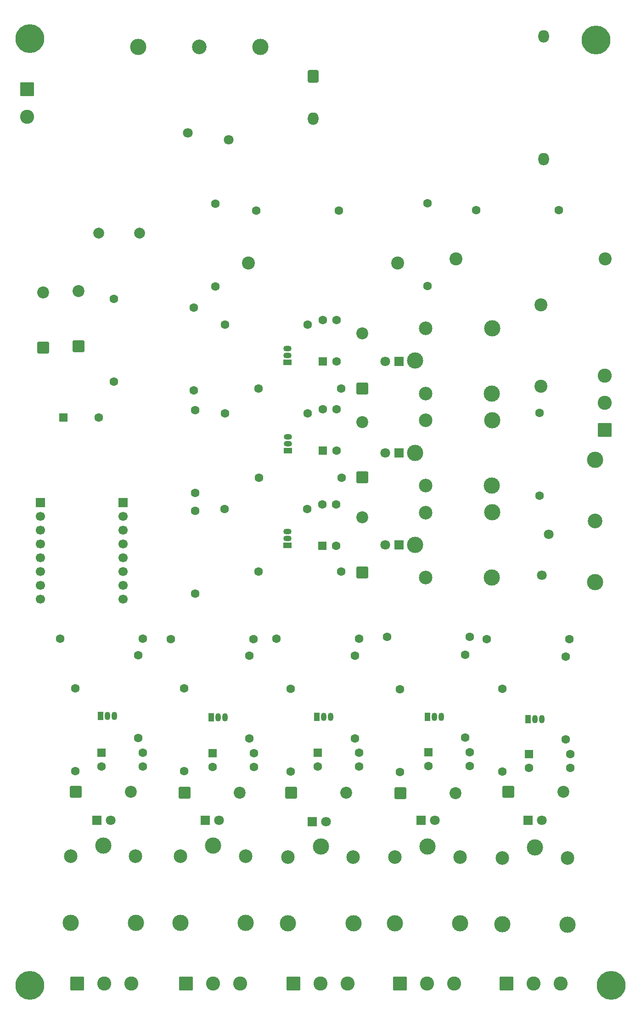
<source format=gbr>
%TF.GenerationSoftware,KiCad,Pcbnew,9.0.7*%
%TF.CreationDate,2026-02-23T21:41:38+05:30*%
%TF.ProjectId,Home_Automation,486f6d65-5f41-4757-946f-6d6174696f6e,rev?*%
%TF.SameCoordinates,Original*%
%TF.FileFunction,Soldermask,Bot*%
%TF.FilePolarity,Negative*%
%FSLAX46Y46*%
G04 Gerber Fmt 4.6, Leading zero omitted, Abs format (unit mm)*
G04 Created by KiCad (PCBNEW 9.0.7) date 2026-02-23 21:41:38*
%MOMM*%
%LPD*%
G01*
G04 APERTURE LIST*
G04 Aperture macros list*
%AMRoundRect*
0 Rectangle with rounded corners*
0 $1 Rounding radius*
0 $2 $3 $4 $5 $6 $7 $8 $9 X,Y pos of 4 corners*
0 Add a 4 corners polygon primitive as box body*
4,1,4,$2,$3,$4,$5,$6,$7,$8,$9,$2,$3,0*
0 Add four circle primitives for the rounded corners*
1,1,$1+$1,$2,$3*
1,1,$1+$1,$4,$5*
1,1,$1+$1,$6,$7*
1,1,$1+$1,$8,$9*
0 Add four rect primitives between the rounded corners*
20,1,$1+$1,$2,$3,$4,$5,0*
20,1,$1+$1,$4,$5,$6,$7,0*
20,1,$1+$1,$6,$7,$8,$9,0*
20,1,$1+$1,$8,$9,$2,$3,0*%
G04 Aperture macros list end*
%ADD10R,1.800000X1.800000*%
%ADD11C,1.800000*%
%ADD12RoundRect,0.250000X-0.550000X-0.550000X0.550000X-0.550000X0.550000X0.550000X-0.550000X0.550000X0*%
%ADD13C,1.600000*%
%ADD14RoundRect,0.250000X-1.050000X-1.050000X1.050000X-1.050000X1.050000X1.050000X-1.050000X1.050000X0*%
%ADD15C,2.600000*%
%ADD16RoundRect,0.249999X0.850001X-0.850001X0.850001X0.850001X-0.850001X0.850001X-0.850001X-0.850001X0*%
%ADD17C,2.200000*%
%ADD18R,1.600000X1.600000*%
%ADD19C,3.000000*%
%ADD20C,2.500000*%
%ADD21RoundRect,0.250000X0.550000X-0.550000X0.550000X0.550000X-0.550000X0.550000X-0.550000X-0.550000X0*%
%ADD22R,1.500000X1.050000*%
%ADD23O,1.500000X1.050000*%
%ADD24C,2.400000*%
%ADD25RoundRect,0.249999X-0.850001X-0.850001X0.850001X-0.850001X0.850001X0.850001X-0.850001X0.850001X0*%
%ADD26C,2.000000*%
%ADD27C,5.300000*%
%ADD28R,1.050000X1.500000*%
%ADD29O,1.050000X1.500000*%
%ADD30RoundRect,0.250000X-0.750000X-0.900000X0.750000X-0.900000X0.750000X0.900000X-0.750000X0.900000X0*%
%ADD31O,2.000000X2.300000*%
%ADD32C,2.700000*%
%ADD33RoundRect,0.250000X-1.050000X1.050000X-1.050000X-1.050000X1.050000X-1.050000X1.050000X1.050000X0*%
%ADD34R,1.700000X1.700000*%
%ADD35C,1.700000*%
%ADD36RoundRect,0.250000X1.050000X-1.050000X1.050000X1.050000X-1.050000X1.050000X-1.050000X-1.050000X0*%
G04 APERTURE END LIST*
D10*
%TO.C,D2*%
X50110000Y-161672500D03*
D11*
X52650000Y-161672500D03*
%TD*%
D12*
%TO.C,U5*%
X109800000Y-149432500D03*
D13*
X109800000Y-151972500D03*
X117420000Y-151972500D03*
X117420000Y-149432500D03*
%TD*%
D14*
%TO.C,J5*%
X46550000Y-191722500D03*
D15*
X51550000Y-191722500D03*
X56550000Y-191722500D03*
%TD*%
D16*
%TO.C,D16*%
X79100000Y-98500000D03*
D17*
X79100000Y-88340000D03*
%TD*%
D12*
%TO.C,U3*%
X70895000Y-149197500D03*
D13*
X70895000Y-151737500D03*
X78515000Y-151737500D03*
X78515000Y-149197500D03*
%TD*%
%TO.C,R15*%
X60010000Y-98550000D03*
X75250000Y-98550000D03*
%TD*%
%TO.C,R30*%
X33250000Y-80870000D03*
X33250000Y-65630000D03*
%TD*%
D14*
%TO.C,J7*%
X86050000Y-191672500D03*
D15*
X91050000Y-191672500D03*
X96050000Y-191672500D03*
%TD*%
D13*
%TO.C,R18*%
X58250000Y-131332500D03*
X58250000Y-146572500D03*
%TD*%
D10*
%TO.C,D3*%
X69860000Y-161922500D03*
D11*
X72400000Y-161922500D03*
%TD*%
D13*
%TO.C,R2*%
X43810000Y-128272500D03*
X59050000Y-128272500D03*
%TD*%
D12*
%TO.C,U2*%
X51445000Y-149247500D03*
D13*
X51445000Y-151787500D03*
X59065000Y-151787500D03*
X59065000Y-149247500D03*
%TD*%
D18*
%TO.C,BZ1*%
X24000000Y-87500000D03*
D13*
X30500000Y-87500000D03*
%TD*%
%TO.C,R20*%
X116600000Y-131532500D03*
X116600000Y-146772500D03*
%TD*%
%TO.C,R24*%
X98050000Y-131182500D03*
X98050000Y-146422500D03*
%TD*%
D19*
%TO.C,K7*%
X88850000Y-93950000D03*
D20*
X90800000Y-100000000D03*
D19*
X103000000Y-100000000D03*
X103050000Y-87950000D03*
D20*
X90800000Y-88000000D03*
%TD*%
D21*
%TO.C,U6*%
X71810000Y-77150000D03*
D13*
X74350000Y-77150000D03*
X74350000Y-69530000D03*
X71810000Y-69530000D03*
%TD*%
D22*
%TO.C,Q6*%
X65250000Y-77270000D03*
D23*
X65250000Y-76000000D03*
X65250000Y-74730000D03*
%TD*%
D13*
%TO.C,R13*%
X104900000Y-137432500D03*
X104900000Y-152672500D03*
%TD*%
D21*
%TO.C,U7*%
X71810000Y-93520000D03*
D13*
X74350000Y-93520000D03*
X74350000Y-85900000D03*
X71810000Y-85900000D03*
%TD*%
D24*
%TO.C,C2*%
X96350000Y-58250000D03*
X123850000Y-58250000D03*
%TD*%
D10*
%TO.C,D7*%
X85890000Y-93950000D03*
D11*
X83350000Y-93950000D03*
%TD*%
D13*
%TO.C,R25*%
X111750000Y-101870000D03*
X111750000Y-86630000D03*
%TD*%
D25*
%TO.C,D9*%
X26270000Y-156422500D03*
D17*
X36430000Y-156422500D03*
%TD*%
D26*
%TO.C,C4*%
X30500000Y-53500000D03*
X38000000Y-53500000D03*
%TD*%
D13*
%TO.C,R28*%
X59510000Y-49350000D03*
X74750000Y-49350000D03*
%TD*%
D19*
%TO.C,K5*%
X110950000Y-166622500D03*
D20*
X104900000Y-168572500D03*
D19*
X104900000Y-180772500D03*
X116950000Y-180822500D03*
D20*
X116900000Y-168572500D03*
%TD*%
D13*
%TO.C,R3*%
X63230000Y-128172500D03*
X78470000Y-128172500D03*
%TD*%
D16*
%TO.C,D15*%
X79100000Y-116030000D03*
D17*
X79100000Y-105870000D03*
%TD*%
D27*
%TO.C,H1*%
X17750000Y-17672500D03*
%TD*%
D13*
%TO.C,R21*%
X53730000Y-70350000D03*
X68970000Y-70350000D03*
%TD*%
D19*
%TO.C,K3*%
X71450000Y-166422500D03*
D20*
X65400000Y-168372500D03*
D19*
X65400000Y-180572500D03*
X77450000Y-180622500D03*
D20*
X77400000Y-168372500D03*
%TD*%
D28*
%TO.C,Q1*%
X30830000Y-142432500D03*
D29*
X32100000Y-142432500D03*
X33370000Y-142432500D03*
%TD*%
D25*
%TO.C,D11*%
X65950000Y-156572500D03*
D17*
X76110000Y-156572500D03*
%TD*%
D13*
%TO.C,R8*%
X48250000Y-119870000D03*
X48250000Y-104630000D03*
%TD*%
D19*
%TO.C,K8*%
X88850000Y-110900000D03*
D20*
X90800000Y-116950000D03*
D19*
X103000000Y-116950000D03*
X103050000Y-104900000D03*
D20*
X90800000Y-104950000D03*
%TD*%
D13*
%TO.C,R4*%
X83700000Y-127822500D03*
X98940000Y-127822500D03*
%TD*%
D22*
%TO.C,Q8*%
X65300000Y-110970000D03*
D23*
X65300000Y-109700000D03*
X65300000Y-108430000D03*
%TD*%
D27*
%TO.C,H3*%
X17750000Y-192000000D03*
%TD*%
D25*
%TO.C,D12*%
X86130000Y-156622500D03*
D17*
X96290000Y-156622500D03*
%TD*%
D30*
%TO.C,PS1*%
X70052500Y-24672500D03*
D31*
X70052500Y-32472500D03*
X112552500Y-17272500D03*
X112552500Y-39872500D03*
%TD*%
D19*
%TO.C,K4*%
X91150000Y-166422500D03*
D20*
X85100000Y-168372500D03*
D19*
X85100000Y-180572500D03*
X97150000Y-180622500D03*
D20*
X97100000Y-168372500D03*
%TD*%
D13*
%TO.C,R23*%
X53710000Y-104350000D03*
X68950000Y-104350000D03*
%TD*%
%TO.C,R26*%
X100110000Y-49300000D03*
X115350000Y-49300000D03*
%TD*%
%TO.C,R16*%
X59960000Y-115850000D03*
X75200000Y-115850000D03*
%TD*%
D32*
%TO.C,F2*%
X122000000Y-106500000D03*
D19*
X122000000Y-95250000D03*
X122000000Y-117750000D03*
%TD*%
D13*
%TO.C,R22*%
X53760000Y-86700000D03*
X69000000Y-86700000D03*
%TD*%
D16*
%TO.C,D17*%
X20250000Y-74580000D03*
D17*
X20250000Y-64420000D03*
%TD*%
D13*
%TO.C,R5*%
X102030000Y-128272500D03*
X117270000Y-128272500D03*
%TD*%
D21*
%TO.C,U8*%
X71760000Y-111100000D03*
D13*
X74300000Y-111100000D03*
X74300000Y-103480000D03*
X71760000Y-103480000D03*
%TD*%
D12*
%TO.C,U1*%
X30995000Y-149147500D03*
D13*
X30995000Y-151687500D03*
X38615000Y-151687500D03*
X38615000Y-149147500D03*
%TD*%
D14*
%TO.C,J8*%
X105650000Y-191672500D03*
D15*
X110650000Y-191672500D03*
X115650000Y-191672500D03*
%TD*%
D33*
%TO.C,J3*%
X17250000Y-27000000D03*
D15*
X17250000Y-32080000D03*
%TD*%
D28*
%TO.C,Q5*%
X109660000Y-142972500D03*
D29*
X110930000Y-142972500D03*
X112200000Y-142972500D03*
%TD*%
D13*
%TO.C,R9*%
X26150000Y-137332500D03*
X26150000Y-152572500D03*
%TD*%
D14*
%TO.C,J4*%
X26500000Y-191672500D03*
D15*
X31500000Y-191672500D03*
X36500000Y-191672500D03*
%TD*%
D13*
%TO.C,R17*%
X37800000Y-131232500D03*
X37800000Y-146472500D03*
%TD*%
%TO.C,R19*%
X77700000Y-131282500D03*
X77700000Y-146522500D03*
%TD*%
D19*
%TO.C,K2*%
X51600000Y-166322500D03*
D20*
X45550000Y-168272500D03*
D19*
X45550000Y-180472500D03*
X57600000Y-180522500D03*
D20*
X57550000Y-168272500D03*
%TD*%
D13*
%TO.C,R14*%
X59960000Y-82100000D03*
X75200000Y-82100000D03*
%TD*%
%TO.C,R29*%
X52000000Y-48130000D03*
X52000000Y-63370000D03*
%TD*%
D12*
%TO.C,U4*%
X91245000Y-149097500D03*
D13*
X91245000Y-151637500D03*
X98865000Y-151637500D03*
X98865000Y-149097500D03*
%TD*%
D27*
%TO.C,H4*%
X125000000Y-192000000D03*
%TD*%
D13*
%TO.C,R27*%
X91100000Y-48010000D03*
X91100000Y-63250000D03*
%TD*%
D10*
%TO.C,D4*%
X89900000Y-161672500D03*
D11*
X92440000Y-161672500D03*
%TD*%
D19*
%TO.C,K1*%
X31350000Y-166322500D03*
D20*
X25300000Y-168272500D03*
D19*
X25300000Y-180472500D03*
X37350000Y-180522500D03*
D20*
X37300000Y-168272500D03*
%TD*%
D13*
%TO.C,R10*%
X46250000Y-137372500D03*
X46250000Y-152612500D03*
%TD*%
D24*
%TO.C,C1*%
X112000000Y-66750000D03*
X112000000Y-81750000D03*
%TD*%
D28*
%TO.C,Q2*%
X51230000Y-142632500D03*
D29*
X52500000Y-142632500D03*
X53770000Y-142632500D03*
%TD*%
D34*
%TO.C,J1*%
X19750000Y-103170000D03*
D35*
X19750000Y-105710000D03*
X19750000Y-108250000D03*
X19750000Y-110790000D03*
X19750000Y-113330000D03*
X19750000Y-115870000D03*
X19750000Y-118410000D03*
X19750000Y-120950000D03*
%TD*%
D36*
%TO.C,J9*%
X123750000Y-89750000D03*
D15*
X123750000Y-84750000D03*
X123750000Y-79750000D03*
%TD*%
D24*
%TO.C,C3*%
X58100000Y-59000000D03*
X85600000Y-59000000D03*
%TD*%
D32*
%TO.C,F1*%
X49050000Y-19222500D03*
D19*
X37800000Y-19222500D03*
X60300000Y-19222500D03*
%TD*%
D10*
%TO.C,D8*%
X85870000Y-110900000D03*
D11*
X83330000Y-110900000D03*
%TD*%
D34*
%TO.C,J2*%
X35000000Y-103170000D03*
D35*
X35000000Y-105710000D03*
X35000000Y-108250000D03*
X35000000Y-110790000D03*
X35000000Y-113330000D03*
X35000000Y-115870000D03*
X35000000Y-118410000D03*
X35000000Y-120950000D03*
%TD*%
D10*
%TO.C,D1*%
X30110000Y-161672500D03*
D11*
X32650000Y-161672500D03*
%TD*%
D10*
%TO.C,D6*%
X85820000Y-77150000D03*
D11*
X83280000Y-77150000D03*
%TD*%
D25*
%TO.C,D13*%
X105980000Y-156422500D03*
D17*
X116140000Y-156422500D03*
%TD*%
D28*
%TO.C,Q3*%
X70710000Y-142572500D03*
D29*
X71980000Y-142572500D03*
X73250000Y-142572500D03*
%TD*%
D13*
%TO.C,R11*%
X65900000Y-137422500D03*
X65900000Y-152662500D03*
%TD*%
D11*
%TO.C,RV1*%
X46950000Y-35022500D03*
X54450000Y-36322500D03*
%TD*%
D10*
%TO.C,D5*%
X109690000Y-161672500D03*
D11*
X112230000Y-161672500D03*
%TD*%
D28*
%TO.C,Q4*%
X91110000Y-142572500D03*
D29*
X92380000Y-142572500D03*
X93650000Y-142572500D03*
%TD*%
D13*
%TO.C,R12*%
X86000000Y-137522500D03*
X86000000Y-152762500D03*
%TD*%
D25*
%TO.C,D10*%
X46350000Y-156522500D03*
D17*
X56510000Y-156522500D03*
%TD*%
D13*
%TO.C,R7*%
X48250000Y-101370000D03*
X48250000Y-86130000D03*
%TD*%
%TO.C,R1*%
X23360000Y-128222500D03*
X38600000Y-128222500D03*
%TD*%
D27*
%TO.C,H2*%
X122150000Y-17922500D03*
%TD*%
D16*
%TO.C,D14*%
X79050000Y-82130000D03*
D17*
X79050000Y-71970000D03*
%TD*%
D11*
%TO.C,RV2*%
X113500000Y-109000000D03*
X112200000Y-116500000D03*
%TD*%
D13*
%TO.C,R6*%
X48000000Y-82500000D03*
X48000000Y-67260000D03*
%TD*%
D19*
%TO.C,K6*%
X88850000Y-77000000D03*
D20*
X90800000Y-83050000D03*
D19*
X103000000Y-83050000D03*
X103050000Y-71000000D03*
D20*
X90800000Y-71050000D03*
%TD*%
D16*
%TO.C,D18*%
X26750000Y-74330000D03*
D17*
X26750000Y-64170000D03*
%TD*%
D14*
%TO.C,J6*%
X66400000Y-191672500D03*
D15*
X71400000Y-191672500D03*
X76400000Y-191672500D03*
%TD*%
D22*
%TO.C,Q7*%
X65400000Y-93590000D03*
D23*
X65400000Y-92320000D03*
X65400000Y-91050000D03*
%TD*%
M02*

</source>
